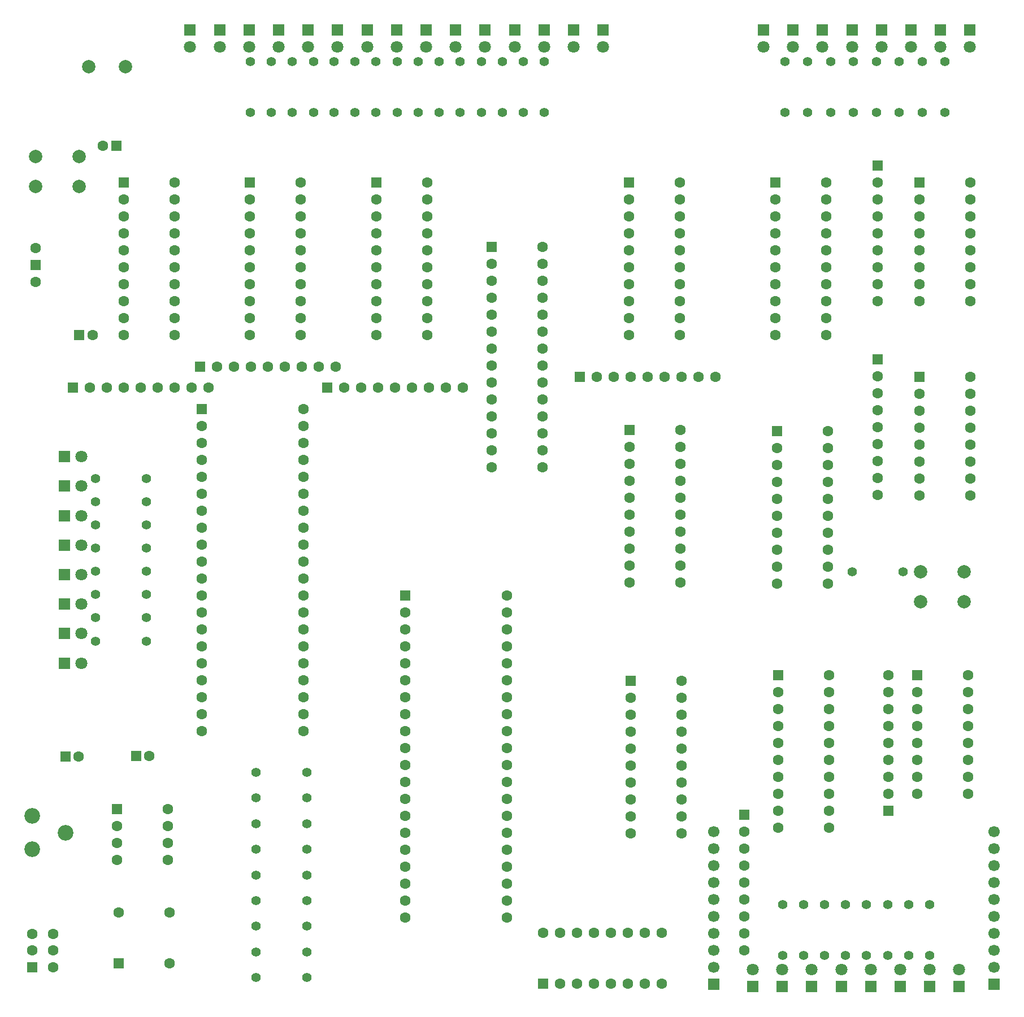
<source format=gbr>
%TF.GenerationSoftware,KiCad,Pcbnew,9.0.4*%
%TF.CreationDate,2025-09-10T16:43:47+09:00*%
%TF.ProjectId,Z80______,5a3830de-a4b3-4f33-965c-2e6b69636164,rev?*%
%TF.SameCoordinates,Original*%
%TF.FileFunction,Soldermask,Top*%
%TF.FilePolarity,Negative*%
%FSLAX46Y46*%
G04 Gerber Fmt 4.6, Leading zero omitted, Abs format (unit mm)*
G04 Created by KiCad (PCBNEW 9.0.4) date 2025-09-10 16:43:47*
%MOMM*%
%LPD*%
G01*
G04 APERTURE LIST*
G04 Aperture macros list*
%AMRoundRect*
0 Rectangle with rounded corners*
0 $1 Rounding radius*
0 $2 $3 $4 $5 $6 $7 $8 $9 X,Y pos of 4 corners*
0 Add a 4 corners polygon primitive as box body*
4,1,4,$2,$3,$4,$5,$6,$7,$8,$9,$2,$3,0*
0 Add four circle primitives for the rounded corners*
1,1,$1+$1,$2,$3*
1,1,$1+$1,$4,$5*
1,1,$1+$1,$6,$7*
1,1,$1+$1,$8,$9*
0 Add four rect primitives between the rounded corners*
20,1,$1+$1,$2,$3,$4,$5,0*
20,1,$1+$1,$4,$5,$6,$7,0*
20,1,$1+$1,$6,$7,$8,$9,0*
20,1,$1+$1,$8,$9,$2,$3,0*%
G04 Aperture macros list end*
%ADD10C,1.400000*%
%ADD11R,1.800000X1.800000*%
%ADD12C,1.800000*%
%ADD13R,1.500000X1.500000*%
%ADD14C,1.600000*%
%ADD15R,1.600000X1.600000*%
%ADD16RoundRect,0.250000X0.550000X0.550000X-0.550000X0.550000X-0.550000X-0.550000X0.550000X-0.550000X0*%
%ADD17RoundRect,0.250000X-0.550000X-0.550000X0.550000X-0.550000X0.550000X0.550000X-0.550000X0.550000X0*%
%ADD18R,1.700000X1.700000*%
%ADD19C,1.700000*%
%ADD20C,2.340000*%
%ADD21C,2.000000*%
%ADD22RoundRect,0.250000X0.550000X-0.550000X0.550000X0.550000X-0.550000X0.550000X-0.550000X-0.550000X0*%
G04 APERTURE END LIST*
D10*
%TO.C,R47*%
X144800000Y-160690000D03*
X144800000Y-168310000D03*
%TD*%
%TO.C,R10*%
X74470000Y-34290000D03*
X74470000Y-41910000D03*
%TD*%
%TO.C,R28*%
X38735000Y-114191143D03*
X46355000Y-114191143D03*
%TD*%
D11*
%TO.C,IORQ*%
X34095000Y-120038800D03*
D12*
X36635000Y-120038800D03*
%TD*%
D10*
%TO.C,R30*%
X38735000Y-121158000D03*
X46355000Y-121158000D03*
%TD*%
D13*
%TO.C,BUSRQ*%
X29743400Y-64770000D03*
D14*
X29743400Y-62230000D03*
X29743400Y-67310000D03*
%TD*%
D15*
%TO.C,RN7*%
X135890000Y-147193000D03*
D14*
X135890000Y-149733000D03*
X135890000Y-152273000D03*
X135890000Y-154813000D03*
X135890000Y-157353000D03*
X135890000Y-159893000D03*
X135890000Y-162433000D03*
X135890000Y-164973000D03*
X135890000Y-167513000D03*
%TD*%
D16*
%TO.C,100uF*%
X41859200Y-46939200D03*
D14*
X39859200Y-46939200D03*
%TD*%
D15*
%TO.C,RN2*%
X54356000Y-80010000D03*
D14*
X56896000Y-80010000D03*
X59436000Y-80010000D03*
X61976000Y-80010000D03*
X64516000Y-80010000D03*
X67056000Y-80010000D03*
X69596000Y-80010000D03*
X72136000Y-80010000D03*
X74676000Y-80010000D03*
%TD*%
D15*
%TO.C,RN4*%
X155879800Y-78968600D03*
D14*
X155879800Y-81508600D03*
X155879800Y-84048600D03*
X155879800Y-86588600D03*
X155879800Y-89128600D03*
X155879800Y-91668600D03*
X155879800Y-94208600D03*
X155879800Y-96748600D03*
X155879800Y-99288600D03*
%TD*%
D10*
%TO.C,R44*%
X154250000Y-168310000D03*
X154250000Y-160690000D03*
%TD*%
%TO.C,R12*%
X68224000Y-34290000D03*
X68224000Y-41910000D03*
%TD*%
D17*
%TO.C,0.01uF*%
X44805600Y-138404600D03*
D14*
X46805600Y-138404600D03*
%TD*%
D17*
%TO.C,10uF*%
X36281300Y-75311000D03*
D14*
X38281300Y-75311000D03*
%TD*%
D11*
%TO.C,M1*%
X34095000Y-97938800D03*
D12*
X36635000Y-97938800D03*
%TD*%
D11*
%TO.C,D1*%
X165331000Y-29591000D03*
D12*
X165331000Y-32131000D03*
%TD*%
D11*
%TO.C,A2*%
X105945000Y-29591000D03*
D12*
X105945000Y-32131000D03*
%TD*%
D10*
%TO.C,R48*%
X141650000Y-168310000D03*
X141650000Y-160690000D03*
%TD*%
D11*
%TO.C,O2*%
X146040000Y-172970000D03*
D12*
X146040000Y-170430000D03*
%TD*%
D10*
%TO.C,R26*%
X38735000Y-107224286D03*
X46355000Y-107224286D03*
%TD*%
D17*
%TO.C,74HCT244-5*%
X118745000Y-89535000D03*
D14*
X118745000Y-92075000D03*
X118745000Y-94615000D03*
X118745000Y-97155000D03*
X118745000Y-99695000D03*
X118745000Y-102235000D03*
X118745000Y-104775000D03*
X118745000Y-107315000D03*
X118745000Y-109855000D03*
X118745000Y-112395000D03*
X126365000Y-112395000D03*
X126365000Y-109855000D03*
X126365000Y-107315000D03*
X126365000Y-104775000D03*
X126365000Y-102235000D03*
X126365000Y-99695000D03*
X126365000Y-97155000D03*
X126365000Y-94615000D03*
X126365000Y-92075000D03*
X126365000Y-89535000D03*
%TD*%
D10*
%TO.C,R2*%
X99670000Y-34290000D03*
X99670000Y-41910000D03*
%TD*%
D15*
%TO.C,RN1*%
X111252000Y-81534000D03*
D14*
X113792000Y-81534000D03*
X116332000Y-81534000D03*
X118872000Y-81534000D03*
X121412000Y-81534000D03*
X123952000Y-81534000D03*
X126492000Y-81534000D03*
X129032000Y-81534000D03*
X131572000Y-81534000D03*
%TD*%
D10*
%TO.C,R7*%
X83920000Y-34290000D03*
X83920000Y-41910000D03*
%TD*%
D18*
%TO.C,PB*%
X173355000Y-172593000D03*
D19*
X173355000Y-170053000D03*
X173355000Y-167513000D03*
X173355000Y-164973000D03*
X173355000Y-162433000D03*
X173355000Y-159893000D03*
X173355000Y-157353000D03*
X173355000Y-154813000D03*
X173355000Y-152273000D03*
X173355000Y-149733000D03*
%TD*%
D11*
%TO.C,O5*%
X159300000Y-172970000D03*
D12*
X159300000Y-170430000D03*
%TD*%
D11*
%TO.C,MREQ*%
X34095000Y-115618800D03*
D12*
X36635000Y-115618800D03*
%TD*%
D17*
%TO.C,74HCT244-1*%
X61849000Y-52451000D03*
D14*
X61849000Y-54991000D03*
X61849000Y-57531000D03*
X61849000Y-60071000D03*
X61849000Y-62611000D03*
X61849000Y-65151000D03*
X61849000Y-67691000D03*
X61849000Y-70231000D03*
X61849000Y-72771000D03*
X61849000Y-75311000D03*
X69469000Y-75311000D03*
X69469000Y-72771000D03*
X69469000Y-70231000D03*
X69469000Y-67691000D03*
X69469000Y-65151000D03*
X69469000Y-62611000D03*
X69469000Y-60071000D03*
X69469000Y-57531000D03*
X69469000Y-54991000D03*
X69469000Y-52451000D03*
%TD*%
D10*
%TO.C,R0*%
X105970000Y-34290000D03*
X105970000Y-41910000D03*
%TD*%
%TO.C,R24*%
X38735000Y-100257429D03*
X46355000Y-100257429D03*
%TD*%
D15*
%TO.C,RN0*%
X35306000Y-83185000D03*
D14*
X37846000Y-83185000D03*
X40386000Y-83185000D03*
X42926000Y-83185000D03*
X45466000Y-83185000D03*
X48006000Y-83185000D03*
X50546000Y-83185000D03*
X53086000Y-83185000D03*
X55626000Y-83185000D03*
%TD*%
D10*
%TO.C,R42*%
X160550000Y-168310000D03*
X160550000Y-160690000D03*
%TD*%
D18*
%TO.C,PA*%
X131318000Y-172593000D03*
D19*
X131318000Y-170053000D03*
X131318000Y-167513000D03*
X131318000Y-164973000D03*
X131318000Y-162433000D03*
X131318000Y-159893000D03*
X131318000Y-157353000D03*
X131318000Y-154813000D03*
X131318000Y-152273000D03*
X131318000Y-149733000D03*
%TD*%
D11*
%TO.C,O4*%
X154880000Y-172970000D03*
D12*
X154880000Y-170430000D03*
%TD*%
D11*
%TO.C,O7*%
X168140000Y-172970000D03*
D12*
X168140000Y-170430000D03*
%TD*%
D11*
%TO.C,WAIT*%
X34095000Y-102358800D03*
D12*
X36635000Y-102358800D03*
%TD*%
D10*
%TO.C,R1*%
X102820000Y-34290000D03*
X102820000Y-41910000D03*
%TD*%
%TO.C,R31*%
X62738000Y-156210000D03*
X70358000Y-156210000D03*
%TD*%
D17*
%TO.C,Z80 CPU*%
X54610000Y-86365000D03*
D14*
X54610000Y-88905000D03*
X54610000Y-91445000D03*
X54610000Y-93985000D03*
X54610000Y-96525000D03*
X54610000Y-99065000D03*
X54610000Y-101605000D03*
X54610000Y-104145000D03*
X54610000Y-106685000D03*
X54610000Y-109225000D03*
X54610000Y-111765000D03*
X54610000Y-114305000D03*
X54610000Y-116845000D03*
X54610000Y-119385000D03*
X54610000Y-121925000D03*
X54610000Y-124465000D03*
X54610000Y-127005000D03*
X54610000Y-129545000D03*
X54610000Y-132085000D03*
X54610000Y-134625000D03*
X69850000Y-134625000D03*
X69850000Y-132085000D03*
X69850000Y-129545000D03*
X69850000Y-127005000D03*
X69850000Y-124465000D03*
X69850000Y-121925000D03*
X69850000Y-119385000D03*
X69850000Y-116845000D03*
X69850000Y-114305000D03*
X69850000Y-111765000D03*
X69850000Y-109225000D03*
X69850000Y-106685000D03*
X69850000Y-104145000D03*
X69850000Y-101605000D03*
X69850000Y-99065000D03*
X69850000Y-96525000D03*
X69850000Y-93985000D03*
X69850000Y-91445000D03*
X69850000Y-88905000D03*
X69850000Y-86365000D03*
%TD*%
D10*
%TO.C,R34*%
X62738000Y-144684700D03*
X70358000Y-144684700D03*
%TD*%
%TO.C,R46*%
X147950000Y-168310000D03*
X147950000Y-160690000D03*
%TD*%
D17*
%TO.C,74HCT244-0*%
X42926000Y-52451000D03*
D14*
X42926000Y-54991000D03*
X42926000Y-57531000D03*
X42926000Y-60071000D03*
X42926000Y-62611000D03*
X42926000Y-65151000D03*
X42926000Y-67691000D03*
X42926000Y-70231000D03*
X42926000Y-72771000D03*
X42926000Y-75311000D03*
X50546000Y-75311000D03*
X50546000Y-72771000D03*
X50546000Y-70231000D03*
X50546000Y-67691000D03*
X50546000Y-65151000D03*
X50546000Y-62611000D03*
X50546000Y-60071000D03*
X50546000Y-57531000D03*
X50546000Y-54991000D03*
X50546000Y-52451000D03*
%TD*%
D11*
%TO.C,A9*%
X75005000Y-29591000D03*
D12*
X75005000Y-32131000D03*
%TD*%
D10*
%TO.C,R17*%
X159131000Y-34290000D03*
X159131000Y-41910000D03*
%TD*%
D11*
%TO.C,D5*%
X147651000Y-29591000D03*
D12*
X147651000Y-32131000D03*
%TD*%
D10*
%TO.C,R27*%
X38735000Y-110707714D03*
X46355000Y-110707714D03*
%TD*%
D15*
%TO.C,CLOCK ch*%
X29210000Y-170047500D03*
D14*
X29210000Y-167547500D03*
X29210000Y-165047500D03*
X32410000Y-170047500D03*
X32410000Y-167547500D03*
X32410000Y-165047500D03*
%TD*%
D10*
%TO.C,R16*%
X162560000Y-34290000D03*
X162560000Y-41910000D03*
%TD*%
%TO.C,R38*%
X152140000Y-110750000D03*
X159760000Y-110750000D03*
%TD*%
D17*
%TO.C,D7-D0*%
X161798000Y-126238000D03*
D14*
X161798000Y-128778000D03*
X161798000Y-131318000D03*
X161798000Y-133858000D03*
X161798000Y-136398000D03*
X161798000Y-138938000D03*
X161798000Y-141478000D03*
X161798000Y-144018000D03*
X169418000Y-144018000D03*
X169418000Y-141478000D03*
X169418000Y-138938000D03*
X169418000Y-136398000D03*
X169418000Y-133858000D03*
X169418000Y-131318000D03*
X169418000Y-128778000D03*
X169418000Y-126238000D03*
%TD*%
D17*
%TO.C,74HCT244-3*%
X118618000Y-52451000D03*
D14*
X118618000Y-54991000D03*
X118618000Y-57531000D03*
X118618000Y-60071000D03*
X118618000Y-62611000D03*
X118618000Y-65151000D03*
X118618000Y-67691000D03*
X118618000Y-70231000D03*
X118618000Y-72771000D03*
X118618000Y-75311000D03*
X126238000Y-75311000D03*
X126238000Y-72771000D03*
X126238000Y-70231000D03*
X126238000Y-67691000D03*
X126238000Y-65151000D03*
X126238000Y-62611000D03*
X126238000Y-60071000D03*
X126238000Y-57531000D03*
X126238000Y-54991000D03*
X126238000Y-52451000D03*
%TD*%
D11*
%TO.C,A13*%
X57325000Y-29591000D03*
D12*
X57325000Y-32131000D03*
%TD*%
D11*
%TO.C,BUSACK*%
X34095000Y-124458800D03*
D12*
X36635000Y-124458800D03*
%TD*%
D11*
%TO.C,O3*%
X150460000Y-172970000D03*
D12*
X150460000Y-170430000D03*
%TD*%
D17*
%TO.C,74HCT244-4*%
X140589000Y-52451000D03*
D14*
X140589000Y-54991000D03*
X140589000Y-57531000D03*
X140589000Y-60071000D03*
X140589000Y-62611000D03*
X140589000Y-65151000D03*
X140589000Y-67691000D03*
X140589000Y-70231000D03*
X140589000Y-72771000D03*
X140589000Y-75311000D03*
X148209000Y-75311000D03*
X148209000Y-72771000D03*
X148209000Y-70231000D03*
X148209000Y-67691000D03*
X148209000Y-65151000D03*
X148209000Y-62611000D03*
X148209000Y-60071000D03*
X148209000Y-57531000D03*
X148209000Y-54991000D03*
X148209000Y-52451000D03*
%TD*%
D10*
%TO.C,R45*%
X151100000Y-168310000D03*
X151100000Y-160690000D03*
%TD*%
%TO.C,R32*%
X62738000Y-163893500D03*
X70358000Y-163893500D03*
%TD*%
D11*
%TO.C,A5*%
X92685000Y-29591000D03*
D12*
X92685000Y-32131000D03*
%TD*%
D11*
%TO.C,A3*%
X101525000Y-29591000D03*
D12*
X101525000Y-32131000D03*
%TD*%
D15*
%TO.C,RN8*%
X157480000Y-146558000D03*
D14*
X157480000Y-144018000D03*
X157480000Y-141478000D03*
X157480000Y-138938000D03*
X157480000Y-136398000D03*
X157480000Y-133858000D03*
X157480000Y-131318000D03*
X157480000Y-128778000D03*
X157480000Y-126238000D03*
%TD*%
D11*
%TO.C,O1*%
X141620000Y-172970000D03*
D12*
X141620000Y-170430000D03*
%TD*%
D11*
%TO.C,O6*%
X163720000Y-172970000D03*
D12*
X163720000Y-170430000D03*
%TD*%
D17*
%TO.C,CY7C199*%
X98044000Y-62103000D03*
D14*
X98044000Y-64643000D03*
X98044000Y-67183000D03*
X98044000Y-69723000D03*
X98044000Y-72263000D03*
X98044000Y-74803000D03*
X98044000Y-77343000D03*
X98044000Y-79883000D03*
X98044000Y-82423000D03*
X98044000Y-84963000D03*
X98044000Y-87503000D03*
X98044000Y-90043000D03*
X98044000Y-92583000D03*
X98044000Y-95123000D03*
X105664000Y-95123000D03*
X105664000Y-92583000D03*
X105664000Y-90043000D03*
X105664000Y-87503000D03*
X105664000Y-84963000D03*
X105664000Y-82423000D03*
X105664000Y-79883000D03*
X105664000Y-77343000D03*
X105664000Y-74803000D03*
X105664000Y-72263000D03*
X105664000Y-69723000D03*
X105664000Y-67183000D03*
X105664000Y-64643000D03*
X105664000Y-62103000D03*
%TD*%
D11*
%TO.C,D0*%
X169751000Y-29591000D03*
D12*
X169751000Y-32131000D03*
%TD*%
D11*
%TO.C,D2*%
X160911000Y-29591000D03*
D12*
X160911000Y-32131000D03*
%TD*%
D15*
%TO.C,RN5*%
X155905200Y-49885600D03*
D14*
X155905200Y-52425600D03*
X155905200Y-54965600D03*
X155905200Y-57505600D03*
X155905200Y-60045600D03*
X155905200Y-62585600D03*
X155905200Y-65125600D03*
X155905200Y-67665600D03*
X155905200Y-70205600D03*
%TD*%
D10*
%TO.C,R40*%
X62738000Y-148526500D03*
X70358000Y-148526500D03*
%TD*%
%TO.C,R4*%
X93370000Y-34290000D03*
X93370000Y-41910000D03*
%TD*%
%TO.C,R36*%
X62738000Y-160051700D03*
X70358000Y-160051700D03*
%TD*%
D11*
%TO.C,A4*%
X97105000Y-29591000D03*
D12*
X97105000Y-32131000D03*
%TD*%
D20*
%TO.C,FREQENCY*%
X29250000Y-147365000D03*
X34250000Y-149865000D03*
X29250000Y-152365000D03*
%TD*%
D11*
%TO.C,A10*%
X70585000Y-29591000D03*
D12*
X70585000Y-32131000D03*
%TD*%
D10*
%TO.C,R14*%
X61924000Y-34290000D03*
X61924000Y-41910000D03*
%TD*%
D17*
%TO.C,0.01uF*%
X34223900Y-138430000D03*
D14*
X36223900Y-138430000D03*
%TD*%
D10*
%TO.C,R20*%
X148844000Y-34290000D03*
X148844000Y-41910000D03*
%TD*%
D11*
%TO.C,A1*%
X110365000Y-29591000D03*
D12*
X110365000Y-32131000D03*
%TD*%
D10*
%TO.C,R9*%
X77620000Y-34290000D03*
X77620000Y-41910000D03*
%TD*%
%TO.C,R25*%
X38735000Y-103740857D03*
X46355000Y-103740857D03*
%TD*%
D11*
%TO.C,A7*%
X83845000Y-29591000D03*
D12*
X83845000Y-32131000D03*
%TD*%
D17*
%TO.C,74HCT244-6*%
X140843000Y-89662000D03*
D14*
X140843000Y-92202000D03*
X140843000Y-94742000D03*
X140843000Y-97282000D03*
X140843000Y-99822000D03*
X140843000Y-102362000D03*
X140843000Y-104902000D03*
X140843000Y-107442000D03*
X140843000Y-109982000D03*
X140843000Y-112522000D03*
X148463000Y-112522000D03*
X148463000Y-109982000D03*
X148463000Y-107442000D03*
X148463000Y-104902000D03*
X148463000Y-102362000D03*
X148463000Y-99822000D03*
X148463000Y-97282000D03*
X148463000Y-94742000D03*
X148463000Y-92202000D03*
X148463000Y-89662000D03*
%TD*%
D11*
%TO.C,D3*%
X156491000Y-29591000D03*
D12*
X156491000Y-32131000D03*
%TD*%
D17*
%TO.C,74HCT244-2*%
X80772000Y-52451000D03*
D14*
X80772000Y-54991000D03*
X80772000Y-57531000D03*
X80772000Y-60071000D03*
X80772000Y-62611000D03*
X80772000Y-65151000D03*
X80772000Y-67691000D03*
X80772000Y-70231000D03*
X80772000Y-72771000D03*
X80772000Y-75311000D03*
X88392000Y-75311000D03*
X88392000Y-72771000D03*
X88392000Y-70231000D03*
X88392000Y-67691000D03*
X88392000Y-65151000D03*
X88392000Y-62611000D03*
X88392000Y-60071000D03*
X88392000Y-57531000D03*
X88392000Y-54991000D03*
X88392000Y-52451000D03*
%TD*%
D10*
%TO.C,R11*%
X71374000Y-34290000D03*
X71374000Y-41910000D03*
%TD*%
D21*
%TO.C,RESET*%
X29770000Y-48550000D03*
X36270000Y-48550000D03*
X29770000Y-53050000D03*
X36270000Y-53050000D03*
%TD*%
D10*
%TO.C,R33*%
X62738000Y-140843000D03*
X70358000Y-140843000D03*
%TD*%
D11*
%TO.C,A6*%
X88265000Y-29591000D03*
D12*
X88265000Y-32131000D03*
%TD*%
D21*
%TO.C,WRITE*%
X162358000Y-110744000D03*
X168858000Y-110744000D03*
X162358000Y-115244000D03*
X168858000Y-115244000D03*
%TD*%
D11*
%TO.C,A14*%
X52905000Y-29591000D03*
D12*
X52905000Y-32131000D03*
%TD*%
D11*
%TO.C,CLK*%
X34095000Y-93518800D03*
D12*
X36635000Y-93518800D03*
%TD*%
D11*
%TO.C,A0*%
X114782600Y-29591000D03*
D12*
X114782600Y-32131000D03*
%TD*%
D10*
%TO.C,R19*%
X152273000Y-34290000D03*
X152273000Y-41910000D03*
%TD*%
D11*
%TO.C,A8*%
X79425000Y-29591000D03*
D12*
X79425000Y-32131000D03*
%TD*%
D10*
%TO.C,R22*%
X141986000Y-34290000D03*
X141986000Y-41910000D03*
%TD*%
%TO.C,R29*%
X38735000Y-117674571D03*
X46355000Y-117674571D03*
%TD*%
D11*
%TO.C,A11*%
X66165000Y-29591000D03*
D12*
X66165000Y-32131000D03*
%TD*%
D10*
%TO.C,R5*%
X90220000Y-34290000D03*
X90220000Y-41910000D03*
%TD*%
D11*
%TO.C,WR*%
X34095000Y-111198800D03*
D12*
X36635000Y-111198800D03*
%TD*%
D17*
%TO.C,Z80PIO*%
X85090000Y-114305000D03*
D14*
X85090000Y-116845000D03*
X85090000Y-119385000D03*
X85090000Y-121925000D03*
X85090000Y-124465000D03*
X85090000Y-127005000D03*
X85090000Y-129545000D03*
X85090000Y-132085000D03*
X85090000Y-134625000D03*
X85090000Y-137165000D03*
X85090000Y-139705000D03*
X85090000Y-142245000D03*
X85090000Y-144785000D03*
X85090000Y-147325000D03*
X85090000Y-149865000D03*
X85090000Y-152405000D03*
X85090000Y-154945000D03*
X85090000Y-157485000D03*
X85090000Y-160025000D03*
X85090000Y-162565000D03*
X100330000Y-162565000D03*
X100330000Y-160025000D03*
X100330000Y-157485000D03*
X100330000Y-154945000D03*
X100330000Y-152405000D03*
X100330000Y-149865000D03*
X100330000Y-147325000D03*
X100330000Y-144785000D03*
X100330000Y-142245000D03*
X100330000Y-139705000D03*
X100330000Y-137165000D03*
X100330000Y-134625000D03*
X100330000Y-132085000D03*
X100330000Y-129545000D03*
X100330000Y-127005000D03*
X100330000Y-124465000D03*
X100330000Y-121925000D03*
X100330000Y-119385000D03*
X100330000Y-116845000D03*
X100330000Y-114305000D03*
%TD*%
D11*
%TO.C,O0*%
X137200000Y-172970000D03*
D12*
X137200000Y-170430000D03*
%TD*%
D21*
%TO.C,GND*%
X37720000Y-35052000D03*
%TD*%
D10*
%TO.C,R6*%
X87070000Y-34290000D03*
X87070000Y-41910000D03*
%TD*%
%TO.C,R13*%
X65074000Y-34290000D03*
X65074000Y-41910000D03*
%TD*%
D11*
%TO.C,A12*%
X61745000Y-29591000D03*
D12*
X61745000Y-32131000D03*
%TD*%
D10*
%TO.C,R21*%
X145415000Y-34290000D03*
X145415000Y-41910000D03*
%TD*%
%TO.C,R35*%
X70358000Y-152368200D03*
X62738000Y-152368200D03*
%TD*%
D17*
%TO.C,UNE555P*%
X41915000Y-146304000D03*
D14*
X41915000Y-148844000D03*
X41915000Y-151384000D03*
X41915000Y-153924000D03*
X49535000Y-153924000D03*
X49535000Y-151384000D03*
X49535000Y-148844000D03*
X49535000Y-146304000D03*
%TD*%
D10*
%TO.C,R18*%
X155702000Y-34290000D03*
X155702000Y-41910000D03*
%TD*%
D17*
%TO.C,74HCT244-8*%
X140970000Y-126238000D03*
D14*
X140970000Y-128778000D03*
X140970000Y-131318000D03*
X140970000Y-133858000D03*
X140970000Y-136398000D03*
X140970000Y-138938000D03*
X140970000Y-141478000D03*
X140970000Y-144018000D03*
X140970000Y-146558000D03*
X140970000Y-149098000D03*
X148590000Y-149098000D03*
X148590000Y-146558000D03*
X148590000Y-144018000D03*
X148590000Y-141478000D03*
X148590000Y-138938000D03*
X148590000Y-136398000D03*
X148590000Y-133858000D03*
X148590000Y-131318000D03*
X148590000Y-128778000D03*
X148590000Y-126238000D03*
%TD*%
D10*
%TO.C,R43*%
X157400000Y-160690000D03*
X157400000Y-168310000D03*
%TD*%
D15*
%TO.C,RN3*%
X73406000Y-83185000D03*
D14*
X75946000Y-83185000D03*
X78486000Y-83185000D03*
X81026000Y-83185000D03*
X83566000Y-83185000D03*
X86106000Y-83185000D03*
X88646000Y-83185000D03*
X91186000Y-83185000D03*
X93726000Y-83185000D03*
%TD*%
D11*
%TO.C,D7*%
X138811000Y-29591000D03*
D12*
X138811000Y-32131000D03*
%TD*%
D15*
%TO.C,OSCILLATOR*%
X42164000Y-169418000D03*
D14*
X49784000Y-169418000D03*
X49784000Y-161798000D03*
X42164000Y-161798000D03*
%TD*%
D10*
%TO.C,R37*%
X62738000Y-167735200D03*
X70358000Y-167735200D03*
%TD*%
D21*
%TO.C,VCC*%
X43180000Y-35052000D03*
%TD*%
D17*
%TO.C,A7-A0*%
X162179000Y-52451000D03*
D14*
X162179000Y-54991000D03*
X162179000Y-57531000D03*
X162179000Y-60071000D03*
X162179000Y-62611000D03*
X162179000Y-65151000D03*
X162179000Y-67691000D03*
X162179000Y-70231000D03*
X169799000Y-70231000D03*
X169799000Y-67691000D03*
X169799000Y-65151000D03*
X169799000Y-62611000D03*
X169799000Y-60071000D03*
X169799000Y-57531000D03*
X169799000Y-54991000D03*
X169799000Y-52451000D03*
%TD*%
D10*
%TO.C,R15*%
X165989000Y-34290000D03*
X165989000Y-41910000D03*
%TD*%
%TO.C,R23*%
X38735000Y-96774000D03*
X46355000Y-96774000D03*
%TD*%
D17*
%TO.C,A14-A8*%
X162179000Y-81534000D03*
D14*
X162179000Y-84074000D03*
X162179000Y-86614000D03*
X162179000Y-89154000D03*
X162179000Y-91694000D03*
X162179000Y-94234000D03*
X162179000Y-96774000D03*
X162179000Y-99314000D03*
X169799000Y-99314000D03*
X169799000Y-96774000D03*
X169799000Y-94234000D03*
X169799000Y-91694000D03*
X169799000Y-89154000D03*
X169799000Y-86614000D03*
X169799000Y-84074000D03*
X169799000Y-81534000D03*
%TD*%
D10*
%TO.C,R8*%
X80770000Y-34290000D03*
X80770000Y-41910000D03*
%TD*%
%TO.C,R3*%
X96520000Y-34290000D03*
X96520000Y-41910000D03*
%TD*%
D17*
%TO.C,74HCT244-7*%
X118872000Y-127127000D03*
D14*
X118872000Y-129667000D03*
X118872000Y-132207000D03*
X118872000Y-134747000D03*
X118872000Y-137287000D03*
X118872000Y-139827000D03*
X118872000Y-142367000D03*
X118872000Y-144907000D03*
X118872000Y-147447000D03*
X118872000Y-149987000D03*
X126492000Y-149987000D03*
X126492000Y-147447000D03*
X126492000Y-144907000D03*
X126492000Y-142367000D03*
X126492000Y-139827000D03*
X126492000Y-137287000D03*
X126492000Y-134747000D03*
X126492000Y-132207000D03*
X126492000Y-129667000D03*
X126492000Y-127127000D03*
%TD*%
D10*
%TO.C,R39*%
X62738000Y-171577000D03*
X70358000Y-171577000D03*
%TD*%
D11*
%TO.C,D4*%
X152071000Y-29591000D03*
D12*
X152071000Y-32131000D03*
%TD*%
D22*
%TO.C,I7-I0*%
X105791000Y-172466000D03*
D14*
X108331000Y-172466000D03*
X110871000Y-172466000D03*
X113411000Y-172466000D03*
X115951000Y-172466000D03*
X118491000Y-172466000D03*
X121031000Y-172466000D03*
X123571000Y-172466000D03*
X123571000Y-164846000D03*
X121031000Y-164846000D03*
X118491000Y-164846000D03*
X115951000Y-164846000D03*
X113411000Y-164846000D03*
X110871000Y-164846000D03*
X108331000Y-164846000D03*
X105791000Y-164846000D03*
%TD*%
D11*
%TO.C,D6*%
X143231000Y-29591000D03*
D12*
X143231000Y-32131000D03*
%TD*%
D10*
%TO.C,R41*%
X163700000Y-168310000D03*
X163700000Y-160690000D03*
%TD*%
D11*
%TO.C,RD*%
X34095000Y-106778800D03*
D12*
X36635000Y-106778800D03*
%TD*%
M02*

</source>
